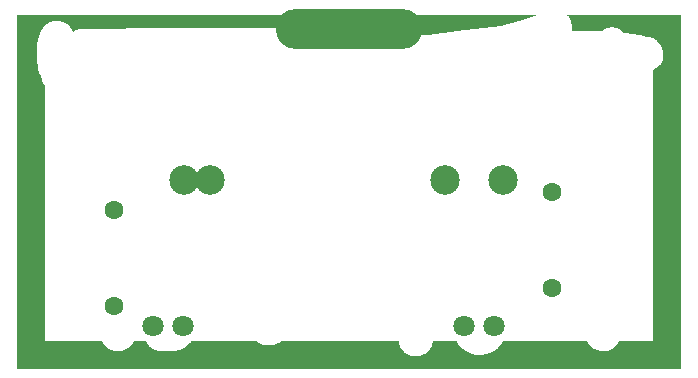
<source format=gbr>
%TF.GenerationSoftware,KiCad,Pcbnew,7.0.9-7.0.9~ubuntu22.04.1*%
%TF.CreationDate,2023-11-20T19:54:57+05:30*%
%TF.ProjectId,MAP4,4d415034-2e6b-4696-9361-645f70636258,1*%
%TF.SameCoordinates,Original*%
%TF.FileFunction,Soldermask,Top*%
%TF.FilePolarity,Negative*%
%FSLAX46Y46*%
G04 Gerber Fmt 4.6, Leading zero omitted, Abs format (unit mm)*
G04 Created by KiCad (PCBNEW 7.0.9-7.0.9~ubuntu22.04.1) date 2023-11-20 19:54:57*
%MOMM*%
%LPD*%
G01*
G04 APERTURE LIST*
%ADD10C,0.000000*%
%ADD11C,1.800000*%
%ADD12O,12.400000X3.400000*%
%ADD13C,1.600000*%
%ADD14C,2.500000*%
G04 APERTURE END LIST*
D10*
G36*
X144399409Y-68501825D02*
G01*
X142912130Y-68999820D01*
X141358301Y-69147403D01*
X139805690Y-69320537D01*
X136706308Y-69707272D01*
X133050147Y-69486920D01*
X129390757Y-69328360D01*
X125728874Y-69223059D01*
X122065235Y-69162481D01*
X114735632Y-69141356D01*
X107407840Y-69196709D01*
X107350588Y-69198397D01*
X107294347Y-69202290D01*
X107239125Y-69208332D01*
X107184930Y-69216470D01*
X107131769Y-69226648D01*
X107079653Y-69238812D01*
X107028588Y-69252907D01*
X106978583Y-69268880D01*
X106929647Y-69286674D01*
X106881788Y-69306237D01*
X106835013Y-69327512D01*
X106789332Y-69350446D01*
X106744753Y-69374984D01*
X106701283Y-69401071D01*
X106658932Y-69428653D01*
X106617707Y-69457675D01*
X106597490Y-69402953D01*
X106575072Y-69349042D01*
X106550414Y-69296013D01*
X106523476Y-69243935D01*
X106494221Y-69192879D01*
X106462610Y-69142914D01*
X106428605Y-69094111D01*
X106392166Y-69046539D01*
X106353255Y-69000268D01*
X106311835Y-68955369D01*
X106267865Y-68911912D01*
X106221309Y-68869966D01*
X106172126Y-68829602D01*
X106120279Y-68790890D01*
X106065729Y-68753899D01*
X106008438Y-68718700D01*
X105948612Y-68685606D01*
X105886475Y-68655649D01*
X105822242Y-68628834D01*
X105756123Y-68605165D01*
X105688332Y-68584648D01*
X105619081Y-68567289D01*
X105548584Y-68553091D01*
X105477054Y-68542061D01*
X105404702Y-68534202D01*
X105331742Y-68529521D01*
X105258386Y-68528022D01*
X105184848Y-68529711D01*
X105111340Y-68534592D01*
X105038075Y-68542671D01*
X104965265Y-68553952D01*
X104893124Y-68568441D01*
X104821864Y-68586142D01*
X104751698Y-68607061D01*
X104682839Y-68631203D01*
X104615499Y-68658573D01*
X104549891Y-68689176D01*
X104486229Y-68723017D01*
X104424725Y-68760101D01*
X104365591Y-68800434D01*
X104309040Y-68844019D01*
X104255286Y-68890863D01*
X104204541Y-68940970D01*
X104157017Y-68994346D01*
X104112928Y-69050995D01*
X104072487Y-69110923D01*
X104035905Y-69174134D01*
X104003396Y-69240634D01*
X103876969Y-69548728D01*
X103771740Y-69858702D01*
X103687258Y-70169968D01*
X103623070Y-70481936D01*
X103578723Y-70794018D01*
X103553766Y-71105626D01*
X103547746Y-71416172D01*
X103560210Y-71725067D01*
X103590706Y-72031722D01*
X103638782Y-72335550D01*
X103703985Y-72635961D01*
X103785864Y-72932368D01*
X103883965Y-73224181D01*
X103997836Y-73510813D01*
X104127025Y-73791675D01*
X104271080Y-74066179D01*
X104271080Y-95590446D01*
X109116258Y-95590446D01*
X109161080Y-95686638D01*
X109211352Y-95779149D01*
X109266983Y-95867632D01*
X109327886Y-95951736D01*
X109393972Y-96031115D01*
X109465152Y-96105420D01*
X109541338Y-96174302D01*
X109622440Y-96237413D01*
X109708371Y-96294403D01*
X109799041Y-96344926D01*
X109894362Y-96388632D01*
X109994245Y-96425173D01*
X110098602Y-96454200D01*
X110207343Y-96475365D01*
X110263330Y-96482890D01*
X110320380Y-96488320D01*
X110378482Y-96491609D01*
X110437625Y-96492715D01*
X110489333Y-96491718D01*
X110541238Y-96488537D01*
X110593264Y-96483213D01*
X110645334Y-96475789D01*
X110697373Y-96466310D01*
X110749306Y-96454818D01*
X110801056Y-96441356D01*
X110852547Y-96425967D01*
X110903705Y-96408694D01*
X110954452Y-96389580D01*
X111004714Y-96368669D01*
X111054414Y-96346002D01*
X111103477Y-96321624D01*
X111151827Y-96295578D01*
X111246083Y-96238650D01*
X111291839Y-96207855D01*
X111336578Y-96175564D01*
X111380225Y-96141819D01*
X111422705Y-96106664D01*
X111463940Y-96070141D01*
X111503856Y-96032294D01*
X111542377Y-95993165D01*
X111579427Y-95952798D01*
X111614930Y-95911236D01*
X111648810Y-95868521D01*
X111680992Y-95824697D01*
X111711400Y-95779807D01*
X111739957Y-95733894D01*
X111766589Y-95687001D01*
X111791219Y-95639170D01*
X111813772Y-95590446D01*
X112808022Y-95590446D01*
X112829706Y-95635970D01*
X112851928Y-95681469D01*
X112874808Y-95726931D01*
X112898460Y-95772346D01*
X112931205Y-95829148D01*
X112968673Y-95885388D01*
X113010483Y-95940763D01*
X113056249Y-95994976D01*
X113105588Y-96047726D01*
X113158117Y-96098713D01*
X113213451Y-96147638D01*
X113271207Y-96194201D01*
X113331001Y-96238102D01*
X113392448Y-96279041D01*
X113455166Y-96316718D01*
X113518771Y-96350834D01*
X113582878Y-96381089D01*
X113647103Y-96407183D01*
X113711064Y-96428817D01*
X113774376Y-96445689D01*
X113820847Y-96455625D01*
X113866820Y-96464153D01*
X113912326Y-96471295D01*
X113957397Y-96477070D01*
X114002063Y-96481500D01*
X114046356Y-96484605D01*
X114090307Y-96486404D01*
X114133947Y-96486919D01*
X114177307Y-96486170D01*
X114220419Y-96484177D01*
X114263314Y-96480960D01*
X114306023Y-96476541D01*
X114348577Y-96470938D01*
X114391007Y-96464174D01*
X114433345Y-96456268D01*
X114475621Y-96447240D01*
X114574287Y-96466496D01*
X114673957Y-96481198D01*
X114774425Y-96491307D01*
X114875483Y-96496785D01*
X114976921Y-96497593D01*
X115078534Y-96493694D01*
X115180112Y-96485048D01*
X115281447Y-96471617D01*
X115382333Y-96453363D01*
X115482561Y-96430248D01*
X115581923Y-96402232D01*
X115680211Y-96369278D01*
X115777218Y-96331347D01*
X115872735Y-96288401D01*
X115966555Y-96240401D01*
X116058470Y-96187309D01*
X116106860Y-96156740D01*
X116153896Y-96125148D01*
X116199584Y-96092561D01*
X116243933Y-96059005D01*
X116286951Y-96024506D01*
X116328644Y-95989091D01*
X116369021Y-95952787D01*
X116408090Y-95915621D01*
X116445857Y-95877619D01*
X116482332Y-95838807D01*
X116517521Y-95799214D01*
X116551433Y-95758865D01*
X116584074Y-95717787D01*
X116615454Y-95676006D01*
X116645578Y-95633551D01*
X116674456Y-95590446D01*
X122150608Y-95590446D01*
X122206982Y-95644259D01*
X122265633Y-95694177D01*
X122326403Y-95740244D01*
X122389133Y-95782501D01*
X122453665Y-95820990D01*
X122519841Y-95855754D01*
X122587503Y-95886836D01*
X122656493Y-95914276D01*
X122726653Y-95938119D01*
X122797824Y-95958404D01*
X122869848Y-95975176D01*
X122942567Y-95988476D01*
X123015823Y-95998347D01*
X123089457Y-96004830D01*
X123163312Y-96007968D01*
X123237230Y-96007803D01*
X123311052Y-96004378D01*
X123384619Y-95997734D01*
X123457775Y-95987914D01*
X123530359Y-95974961D01*
X123602216Y-95958915D01*
X123673186Y-95939820D01*
X123743110Y-95917718D01*
X123811832Y-95892651D01*
X123879193Y-95864662D01*
X123945034Y-95833792D01*
X124009197Y-95800083D01*
X124071525Y-95763579D01*
X124131859Y-95724321D01*
X124190040Y-95682351D01*
X124245912Y-95637712D01*
X124299314Y-95590446D01*
X134212404Y-95590446D01*
X134227239Y-95699858D01*
X134248545Y-95807267D01*
X134276359Y-95912267D01*
X134310720Y-96014454D01*
X134351666Y-96113420D01*
X134399234Y-96208762D01*
X134425513Y-96254946D01*
X134453462Y-96300073D01*
X134483086Y-96344090D01*
X134514389Y-96386947D01*
X134547376Y-96428594D01*
X134582052Y-96468980D01*
X134618421Y-96508053D01*
X134656488Y-96545765D01*
X134696259Y-96582063D01*
X134737737Y-96616897D01*
X134780927Y-96650217D01*
X134825835Y-96681971D01*
X134872465Y-96712109D01*
X134920821Y-96740581D01*
X134970909Y-96767335D01*
X135022733Y-96792321D01*
X135076297Y-96815488D01*
X135131608Y-96836786D01*
X135188668Y-96856164D01*
X135247484Y-96873571D01*
X135313911Y-96889674D01*
X135381755Y-96902181D01*
X135450810Y-96911141D01*
X135520870Y-96916603D01*
X135591727Y-96918616D01*
X135663176Y-96917230D01*
X135735009Y-96912493D01*
X135807021Y-96904454D01*
X135879005Y-96893164D01*
X135950755Y-96878670D01*
X136022064Y-96861022D01*
X136092725Y-96840269D01*
X136162532Y-96816460D01*
X136231279Y-96789644D01*
X136298760Y-96759872D01*
X136364766Y-96727190D01*
X136429094Y-96691649D01*
X136491534Y-96653298D01*
X136551882Y-96612186D01*
X136609931Y-96568363D01*
X136665474Y-96521876D01*
X136718305Y-96472775D01*
X136768218Y-96421111D01*
X136815005Y-96366930D01*
X136858461Y-96310283D01*
X136898378Y-96251220D01*
X136934552Y-96189788D01*
X136966774Y-96126037D01*
X136994838Y-96060016D01*
X137018539Y-95991775D01*
X137037669Y-95921362D01*
X137052023Y-95848827D01*
X137057572Y-95816295D01*
X137063625Y-95783895D01*
X137076754Y-95719363D01*
X137090437Y-95654967D01*
X137103700Y-95590446D01*
X139075155Y-95590446D01*
X139095120Y-95630856D01*
X139116004Y-95670861D01*
X139137812Y-95710445D01*
X139160545Y-95749592D01*
X139184207Y-95788287D01*
X139208801Y-95826514D01*
X139234330Y-95864257D01*
X139260797Y-95901500D01*
X139288205Y-95938228D01*
X139316556Y-95974424D01*
X139345854Y-96010073D01*
X139376103Y-96045159D01*
X139407304Y-96079666D01*
X139439461Y-96113579D01*
X139472577Y-96146881D01*
X139506655Y-96179557D01*
X139530664Y-96201607D01*
X139554991Y-96223100D01*
X139579624Y-96244043D01*
X139604555Y-96264445D01*
X139629775Y-96284314D01*
X139655276Y-96303657D01*
X139707080Y-96340801D01*
X139759895Y-96375940D01*
X139813648Y-96409139D01*
X139868268Y-96440464D01*
X139923681Y-96469978D01*
X139987741Y-96512171D01*
X140053512Y-96552045D01*
X140120974Y-96589504D01*
X140190101Y-96624450D01*
X140260873Y-96656785D01*
X140296868Y-96671942D01*
X140333265Y-96686410D01*
X140370062Y-96700177D01*
X140407255Y-96713230D01*
X140444842Y-96725557D01*
X140482820Y-96737146D01*
X140556864Y-96757272D01*
X140631483Y-96774491D01*
X140782111Y-96800332D01*
X140934024Y-96814915D01*
X141086544Y-96818484D01*
X141238991Y-96811287D01*
X141390685Y-96793568D01*
X141540948Y-96765572D01*
X141689100Y-96727546D01*
X141834462Y-96679736D01*
X141976353Y-96622385D01*
X142114096Y-96555741D01*
X142247010Y-96480048D01*
X142374416Y-96395553D01*
X142495636Y-96302501D01*
X142609988Y-96201137D01*
X142716795Y-96091707D01*
X142768512Y-96032428D01*
X142817547Y-95972076D01*
X142863923Y-95910706D01*
X142907667Y-95848370D01*
X142948804Y-95785123D01*
X142987359Y-95721017D01*
X143023358Y-95656107D01*
X143056826Y-95590446D01*
X150157682Y-95590446D01*
X150181378Y-95652502D01*
X150208644Y-95712698D01*
X150239324Y-95770991D01*
X150273263Y-95827338D01*
X150310306Y-95881697D01*
X150350297Y-95934025D01*
X150393081Y-95984281D01*
X150438502Y-96032421D01*
X150486405Y-96078403D01*
X150536635Y-96122184D01*
X150643452Y-96202975D01*
X150757710Y-96274453D01*
X150878166Y-96336279D01*
X151003575Y-96388112D01*
X151132696Y-96429613D01*
X151264284Y-96460441D01*
X151397096Y-96480256D01*
X151529889Y-96488719D01*
X151661419Y-96485489D01*
X151726321Y-96479383D01*
X151790442Y-96470226D01*
X151853625Y-96457976D01*
X151915716Y-96442590D01*
X152003191Y-96415759D01*
X152086704Y-96384610D01*
X152166278Y-96349313D01*
X152241935Y-96310039D01*
X152313698Y-96266957D01*
X152381591Y-96220238D01*
X152445635Y-96170053D01*
X152505854Y-96116570D01*
X152562269Y-96059961D01*
X152614905Y-96000395D01*
X152663783Y-95938043D01*
X152708927Y-95873075D01*
X152750359Y-95805661D01*
X152788101Y-95735972D01*
X152822177Y-95664176D01*
X152852610Y-95590446D01*
X155728918Y-95590446D01*
X155728918Y-72725174D01*
X155960136Y-72545691D01*
X156075144Y-72456020D01*
X156187807Y-72366024D01*
X156263398Y-72298844D01*
X156331359Y-72227103D01*
X156391835Y-72151198D01*
X156444971Y-72071523D01*
X156490912Y-71988475D01*
X156529803Y-71902448D01*
X156561788Y-71813838D01*
X156587012Y-71723041D01*
X156605620Y-71630452D01*
X156617758Y-71536467D01*
X156623569Y-71441481D01*
X156623199Y-71345890D01*
X156616793Y-71250089D01*
X156604495Y-71154473D01*
X156586450Y-71059439D01*
X156562804Y-70965382D01*
X156533701Y-70872697D01*
X156499285Y-70781780D01*
X156459703Y-70693027D01*
X156415097Y-70606832D01*
X156365615Y-70523591D01*
X156311399Y-70443700D01*
X156252596Y-70367555D01*
X156189350Y-70295550D01*
X156121805Y-70228082D01*
X156050108Y-70165546D01*
X155974402Y-70108336D01*
X155894832Y-70056850D01*
X155811544Y-70011483D01*
X155724682Y-69972629D01*
X155634390Y-69940684D01*
X155540815Y-69916045D01*
X155263745Y-69857250D01*
X154986587Y-69801978D01*
X154709343Y-69750168D01*
X154432013Y-69701758D01*
X154154596Y-69656686D01*
X153877093Y-69614889D01*
X153599504Y-69576305D01*
X153321829Y-69540872D01*
X153225875Y-69447552D01*
X153123231Y-69363493D01*
X153014592Y-69289106D01*
X152900657Y-69224801D01*
X152782123Y-69170988D01*
X152721349Y-69148145D01*
X152659687Y-69128079D01*
X152597224Y-69110841D01*
X152534047Y-69096483D01*
X152470243Y-69085056D01*
X152405899Y-69076611D01*
X152341103Y-69071200D01*
X152275942Y-69068873D01*
X152210503Y-69069683D01*
X152144873Y-69073680D01*
X152079139Y-69080916D01*
X152013388Y-69091443D01*
X151947708Y-69105310D01*
X151882186Y-69122570D01*
X151816908Y-69143275D01*
X151751963Y-69167474D01*
X151687437Y-69195220D01*
X151623418Y-69226564D01*
X151559992Y-69261557D01*
X151497247Y-69300251D01*
X151435269Y-69342697D01*
X151374147Y-69388945D01*
X151057788Y-69378647D01*
X150741344Y-69372400D01*
X150424817Y-69370250D01*
X150108207Y-69372243D01*
X149791515Y-69378423D01*
X149474744Y-69388834D01*
X149157894Y-69403523D01*
X148840967Y-69422533D01*
X148859560Y-69329812D01*
X148872187Y-69236037D01*
X148878964Y-69141542D01*
X148880007Y-69046661D01*
X148875432Y-68951731D01*
X148865354Y-68857085D01*
X148849891Y-68763057D01*
X148829158Y-68669984D01*
X148803271Y-68578198D01*
X148772346Y-68488036D01*
X148736499Y-68399831D01*
X148695847Y-68313918D01*
X148650505Y-68230632D01*
X148600589Y-68150308D01*
X148546216Y-68073280D01*
X148487501Y-67999883D01*
X158138075Y-67999883D01*
X158138075Y-98000118D01*
X101861925Y-98000118D01*
X101861925Y-67999883D01*
X145885076Y-67999883D01*
X144399409Y-68501825D01*
G37*
D11*
%TO.C,D1*%
X115970000Y-94400000D03*
X113430000Y-94400000D03*
%TD*%
%TO.C,D2*%
X142320000Y-94400000D03*
X139780000Y-94400000D03*
%TD*%
D12*
%TO.C,P2*%
X130000000Y-69200000D03*
%TD*%
D13*
%TO.C,R1*%
X110100000Y-84536000D03*
X110100000Y-92664000D03*
%TD*%
%TO.C,R2*%
X147200000Y-83036000D03*
X147200000Y-91164000D03*
%TD*%
D14*
%TO.C,BT1*%
X116000000Y-82000000D03*
X118200000Y-82000000D03*
X138100000Y-82000000D03*
X143000000Y-82000000D03*
%TD*%
M02*

</source>
